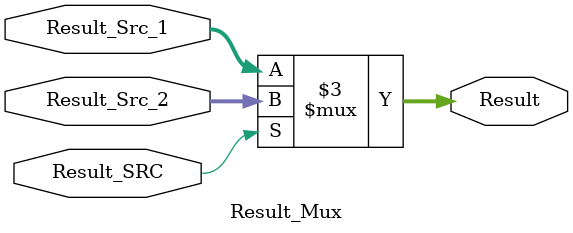
<source format=v>
`timescale 1ns / 1ps


module Result_Mux(
    input  [31:0] Result_Src_1,
    input  [31:0] Result_Src_2,
    input         Result_SRC,
    output reg [31:0] Result
);

    always @(*) begin
        if (Result_SRC)
            Result = Result_Src_2;
        else
            Result = Result_Src_1;
    end

endmodule


</source>
